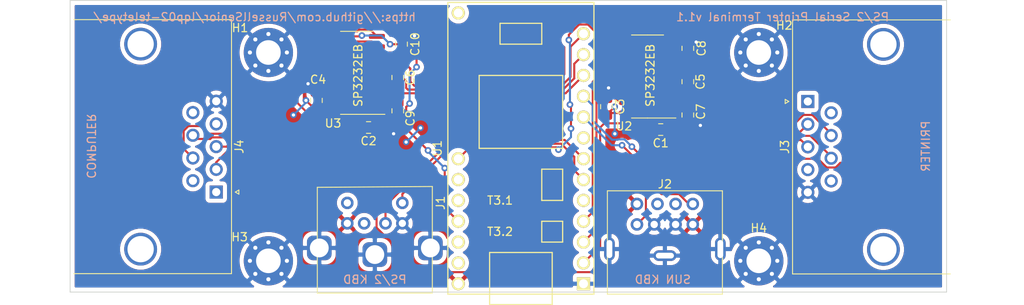
<source format=kicad_pcb>
(kicad_pcb (version 20171130) (host pcbnew 5.1.6-c6e7f7d~86~ubuntu16.04.1)
  (layers (0 F.Cu signal) (31 B.Cu signal) (34 B.Paste user) (35 F.Paste user) (36 B.SilkS user) (37 F.SilkS user) (38 B.Mask user) (39 F.Mask user) (44 Edge.Cuts user))
  (net 0 "")
  (net 1 "Net-(C1-Pad2)")
  (net 2 "Net-(C1-Pad1)")
  (net 3 "Net-(C2-Pad2)")
  (net 4 "Net-(C2-Pad1)")
  (net 5 VCC)
  (net 6 GND)
  (net 7 "Net-(C5-Pad2)")
  (net 8 "Net-(C5-Pad1)")
  (net 9 "Net-(C6-Pad2)")
  (net 10 "Net-(C6-Pad1)")
  (net 11 "Net-(C7-Pad2)")
  (net 12 "Net-(C8-Pad2)")
  (net 13 "Net-(C9-Pad2)")
  (net 14 "Net-(C10-Pad2)")
  (net 15 /PS2_CLK)
  (net 16 "Net-(J1-Pad6)")
  (net 17 /PS2_DATA)
  (net 18 "Net-(J1-Pad2)")
  (net 19 "Net-(J2-Pad7)")
  (net 20 /TX3)
  (net 21 /RX3)
  (net 22 "Net-(J2-Pad4)")
  (net 23 "Net-(J3-Pad9)")
  (net 24 /RTS_PTR)
  (net 25 /CTS_PTR)
  (net 26 "Net-(J3-Pad6)")
  (net 27 "Net-(J3-Pad4)")
  (net 28 /TX_PRT)
  (net 29 /RX_PTR)
  (net 30 "Net-(J3-Pad1)")
  (net 31 "Net-(J4-Pad9)")
  (net 32 /RTS_COMP)
  (net 33 /CTS_COMP)
  (net 34 "Net-(J4-Pad6)")
  (net 35 "Net-(J4-Pad4)")
  (net 36 /TX_COMP)
  (net 37 /RX_COMP)
  (net 38 "Net-(J4-Pad1)")
  (net 39 /RX1)
  (net 40 /TX1)
  (net 41 /RTS1)
  (net 42 "Net-(U1-Pad5)")
  (net 43 "Net-(U1-Pad8)")
  (net 44 /RX2)
  (net 45 /TX2)
  (net 46 /RTS2)
  (net 47 "Net-(U1-Pad32)")
  (net 48 "Net-(U1-Pad31)")
  (net 49 /CTS2)
  (net 50 "Net-(U1-Pad29)")
  (net 51 "Net-(U1-Pad28)")
  (net 52 /CTS1)
  (net 53 "Net-(U1-Pad20)")
  (module Package_SO:SOIC-16_3.9x9.9mm_P1.27mm (layer F.Cu) (at 154.239 115.509 180)
    (fp_text reference U3 (at 2.855 -6.157) (layer F.SilkS))
    (fp_text value MAX3232)
    (pad 16 smd roundrect (at 2.475 -4.445 180) (size 1.95 0.6) (layers F.Cu F.Paste F.Mask) (net 5 VCC))
    (pad 15 smd roundrect (at 2.475 -3.175 180) (size 1.95 0.6) (layers F.Cu F.Paste F.Mask) (net 6 GND))
    (pad 14 smd roundrect (at 2.475 -1.905 180) (size 1.95 0.6) (layers F.Cu F.Paste F.Mask) (net 36 /TX_COMP))
    (pad 13 smd roundrect (at 2.475 -0.635 180) (size 1.95 0.6) (layers F.Cu F.Paste F.Mask) (net 37 /RX_COMP))
    (pad 12 smd roundrect (at 2.475 0.635 180) (size 1.95 0.6) (layers F.Cu F.Paste F.Mask) (net 44 /RX2))
    (pad 11 smd roundrect (at 2.475 1.905 180) (size 1.95 0.6) (layers F.Cu F.Paste F.Mask) (net 45 /TX2))
    (pad 10 smd roundrect (at 2.475 3.175 180) (size 1.95 0.6) (layers F.Cu F.Paste F.Mask) (net 46 /RTS2))
    (pad 9 smd roundrect (at 2.475 4.445 180) (size 1.95 0.6) (layers F.Cu F.Paste F.Mask) (net 49 /CTS2))
    (pad 8 smd roundrect (at -2.475 4.445 180) (size 1.95 0.6) (layers F.Cu F.Paste F.Mask) (net 33 /CTS_COMP))
    (pad 7 smd roundrect (at -2.475 3.175 180) (size 1.95 0.6) (layers F.Cu F.Paste F.Mask) (net 32 /RTS_COMP))
    (pad 6 smd roundrect (at -2.475 1.905 180) (size 1.95 0.6) (layers F.Cu F.Paste F.Mask) (net 14 "Net-(C10-Pad2)"))
    (pad 5 smd roundrect (at -2.475 0.635 180) (size 1.95 0.6) (layers F.Cu F.Paste F.Mask) (net 9 "Net-(C6-Pad2)"))
    (pad 4 smd roundrect (at -2.475 -0.635 180) (size 1.95 0.6) (layers F.Cu F.Paste F.Mask) (net 10 "Net-(C6-Pad1)"))
    (pad 3 smd roundrect (at -2.475 -1.905 180) (size 1.95 0.6) (layers F.Cu F.Paste F.Mask) (net 3 "Net-(C2-Pad2)"))
    (pad 2 smd roundrect (at -2.475 -3.175 180) (size 1.95 0.6) (layers F.Cu F.Paste F.Mask) (net 13 "Net-(C9-Pad2)"))
    (pad 1 smd roundrect (at -2.475 -4.445 180) (size 1.95 0.6) (layers F.Cu F.Paste F.Mask) (net 4 "Net-(C2-Pad1)"))
  )
  (module Package_SO:SOIC-16_3.9x9.9mm_P1.27mm (layer F.Cu) (at 189.659 115.959 180)
    (fp_text reference U2 (at 2.8674 -6.0626) (layer F.SilkS))
    (fp_text value MAX3232)
    (pad 16 smd roundrect (at 2.475 -4.445 180) (size 1.95 0.6) (layers F.Cu F.Paste F.Mask) (net 5 VCC))
    (pad 15 smd roundrect (at 2.475 -3.175 180) (size 1.95 0.6) (layers F.Cu F.Paste F.Mask) (net 6 GND))
    (pad 14 smd roundrect (at 2.475 -1.905 180) (size 1.95 0.6) (layers F.Cu F.Paste F.Mask) (net 28 /TX_PRT))
    (pad 13 smd roundrect (at 2.475 -0.635 180) (size 1.95 0.6) (layers F.Cu F.Paste F.Mask) (net 29 /RX_PTR))
    (pad 12 smd roundrect (at 2.475 0.635 180) (size 1.95 0.6) (layers F.Cu F.Paste F.Mask) (net 39 /RX1))
    (pad 11 smd roundrect (at 2.475 1.905 180) (size 1.95 0.6) (layers F.Cu F.Paste F.Mask) (net 40 /TX1))
    (pad 10 smd roundrect (at 2.475 3.175 180) (size 1.95 0.6) (layers F.Cu F.Paste F.Mask) (net 41 /RTS1))
    (pad 9 smd roundrect (at 2.475 4.445 180) (size 1.95 0.6) (layers F.Cu F.Paste F.Mask) (net 52 /CTS1))
    (pad 8 smd roundrect (at -2.475 4.445 180) (size 1.95 0.6) (layers F.Cu F.Paste F.Mask) (net 25 /CTS_PTR))
    (pad 7 smd roundrect (at -2.475 3.175 180) (size 1.95 0.6) (layers F.Cu F.Paste F.Mask) (net 24 /RTS_PTR))
    (pad 6 smd roundrect (at -2.475 1.905 180) (size 1.95 0.6) (layers F.Cu F.Paste F.Mask) (net 12 "Net-(C8-Pad2)"))
    (pad 5 smd roundrect (at -2.475 0.635 180) (size 1.95 0.6) (layers F.Cu F.Paste F.Mask) (net 7 "Net-(C5-Pad2)"))
    (pad 4 smd roundrect (at -2.475 -0.635 180) (size 1.95 0.6) (layers F.Cu F.Paste F.Mask) (net 8 "Net-(C5-Pad1)"))
    (pad 3 smd roundrect (at -2.475 -1.905 180) (size 1.95 0.6) (layers F.Cu F.Paste F.Mask) (net 1 "Net-(C1-Pad2)"))
    (pad 2 smd roundrect (at -2.475 -3.175 180) (size 1.95 0.6) (layers F.Cu F.Paste F.Mask) (net 11 "Net-(C7-Pad2)"))
    (pad 1 smd roundrect (at -2.475 -4.445 180) (size 1.95 0.6) (layers F.Cu F.Paste F.Mask) (net 2 "Net-(C1-Pad1)"))
  )
  (module teensy:Teensy30_31_32_LC_minus (layer F.Cu) (at 174.244 124.714 90)
    (fp_text reference U1 (at 0 -10.16 90) (layer F.SilkS))
    (fp_text value Teensy3.2)
    (fp_text user T3.1 (at -6.35 -2.54) (layer F.SilkS))
    (fp_text user T3.2 (at -10.16 -2.54) (layer F.SilkS))
    (pad 1 thru_hole rect (at -16.51 7.62 90) (size 1.6 1.6) (drill 1.1) (layers *.Cu *.Mask F.SilkS) (net 6 GND))
    (pad 2 thru_hole circle (at -13.97 7.62 90) (size 1.6 1.6) (drill 1.1) (layers *.Cu *.Mask F.SilkS) (net 39 /RX1))
    (pad 3 thru_hole circle (at -11.43 7.62 90) (size 1.6 1.6) (drill 1.1) (layers *.Cu *.Mask F.SilkS) (net 40 /TX1))
    (pad 4 thru_hole circle (at -8.89 7.62 90) (size 1.6 1.6) (drill 1.1) (layers *.Cu *.Mask F.SilkS) (net 41 /RTS1))
    (pad 5 thru_hole circle (at -6.35 7.62 90) (size 1.6 1.6) (drill 1.1) (layers *.Cu *.Mask F.SilkS) (net 42 "Net-(U1-Pad5)"))
    (pad 6 thru_hole circle (at -3.81 7.62 90) (size 1.6 1.6) (drill 1.1) (layers *.Cu *.Mask F.SilkS) (net 15 /PS2_CLK))
    (pad 7 thru_hole circle (at -1.27 7.62 90) (size 1.6 1.6) (drill 1.1) (layers *.Cu *.Mask F.SilkS) (net 17 /PS2_DATA))
    (pad 8 thru_hole circle (at 1.27 7.62 90) (size 1.6 1.6) (drill 1.1) (layers *.Cu *.Mask F.SilkS) (net 43 "Net-(U1-Pad8)"))
    (pad 9 thru_hole circle (at 3.81 7.62 90) (size 1.6 1.6) (drill 1.1) (layers *.Cu *.Mask F.SilkS) (net 21 /RX3))
    (pad 10 thru_hole circle (at 6.35 7.62 90) (size 1.6 1.6) (drill 1.1) (layers *.Cu *.Mask F.SilkS) (net 20 /TX3))
    (pad 11 thru_hole circle (at 8.89 7.62 90) (size 1.6 1.6) (drill 1.1) (layers *.Cu *.Mask F.SilkS) (net 44 /RX2))
    (pad 12 thru_hole circle (at 11.43 7.62 90) (size 1.6 1.6) (drill 1.1) (layers *.Cu *.Mask F.SilkS) (net 45 /TX2))
    (pad 13 thru_hole circle (at 13.97 7.62 90) (size 1.6 1.6) (drill 1.1) (layers *.Cu *.Mask F.SilkS) (net 46 /RTS2))
    (pad 33 thru_hole circle (at -16.51 -7.62 90) (size 1.6 1.6) (drill 1.1) (layers *.Cu *.Mask F.SilkS) (net 5 VCC))
    (pad 32 thru_hole circle (at -13.97 -7.62 90) (size 1.6 1.6) (drill 1.1) (layers *.Cu *.Mask F.SilkS) (net 47 "Net-(U1-Pad32)"))
    (pad 31 thru_hole circle (at -11.43 -7.62 90) (size 1.6 1.6) (drill 1.1) (layers *.Cu *.Mask F.SilkS) (net 48 "Net-(U1-Pad31)"))
    (pad 30 thru_hole circle (at -8.89 -7.62 90) (size 1.6 1.6) (drill 1.1) (layers *.Cu *.Mask F.SilkS) (net 49 /CTS2))
    (pad 29 thru_hole circle (at -6.35 -7.62 90) (size 1.6 1.6) (drill 1.1) (layers *.Cu *.Mask F.SilkS) (net 50 "Net-(U1-Pad29)"))
    (pad 28 thru_hole circle (at -3.81 -7.62 90) (size 1.6 1.6) (drill 1.1) (layers *.Cu *.Mask F.SilkS) (net 51 "Net-(U1-Pad28)"))
    (pad 27 thru_hole circle (at -1.27 -7.62 90) (size 1.6 1.6) (drill 1.1) (layers *.Cu *.Mask F.SilkS) (net 52 /CTS1))
    (pad 20 thru_hole circle (at 16.51 -7.62 90) (size 1.6 1.6) (drill 1.1) (layers *.Cu *.Mask F.SilkS) (net 53 "Net-(U1-Pad20)"))
  )
  (module Connector_Dsub:DSUB-9_Female_Horizontal_P2.77x2.84mm_EdgePinOffset14.56mm_Housed_MountingHolesOffset8.20mm (layer F.Cu) (at 137.16 130.048 270)
    (fp_text reference J4 (at -5.54 -2.8 90) (layer F.SilkS))
    (fp_text value DB9_Female)
    (pad 0 thru_hole circle (at 6.96 9.2 270) (size 4 4) (drill 3.2) (layers *.Cu *.Mask))
    (pad 0 thru_hole circle (at -18.04 9.2 270) (size 4 4) (drill 3.2) (layers *.Cu *.Mask))
    (pad 9 thru_hole circle (at -9.695 2.84 270) (size 1.6 1.6) (drill 1) (layers *.Cu *.Mask) (net 31 "Net-(J4-Pad9)"))
    (pad 8 thru_hole circle (at -6.925 2.84 270) (size 1.6 1.6) (drill 1) (layers *.Cu *.Mask) (net 32 /RTS_COMP))
    (pad 7 thru_hole circle (at -4.155 2.84 270) (size 1.6 1.6) (drill 1) (layers *.Cu *.Mask) (net 33 /CTS_COMP))
    (pad 6 thru_hole circle (at -1.385 2.84 270) (size 1.6 1.6) (drill 1) (layers *.Cu *.Mask) (net 34 "Net-(J4-Pad6)"))
    (pad 5 thru_hole circle (at -11.08 0 270) (size 1.6 1.6) (drill 1) (layers *.Cu *.Mask) (net 6 GND))
    (pad 4 thru_hole circle (at -8.31 0 270) (size 1.6 1.6) (drill 1) (layers *.Cu *.Mask) (net 35 "Net-(J4-Pad4)"))
    (pad 3 thru_hole circle (at -5.54 0 270) (size 1.6 1.6) (drill 1) (layers *.Cu *.Mask) (net 36 /TX_COMP))
    (pad 2 thru_hole circle (at -2.77 0 270) (size 1.6 1.6) (drill 1) (layers *.Cu *.Mask) (net 37 /RX_COMP))
    (pad 1 thru_hole rect (at 0 0 270) (size 1.6 1.6) (drill 1) (layers *.Cu *.Mask) (net 38 "Net-(J4-Pad1)"))
  )
  (module Connector_Dsub:DSUB-9_Female_Horizontal_P2.77x2.84mm_EdgePinOffset14.56mm_Housed_MountingHolesOffset8.20mm (layer F.Cu) (at 209.169 118.999 90)
    (fp_text reference J3 (at -5.54 -2.8 90) (layer F.SilkS))
    (fp_text value DB9_Female)
    (pad 0 thru_hole circle (at 6.96 9.2 90) (size 4 4) (drill 3.2) (layers *.Cu *.Mask))
    (pad 0 thru_hole circle (at -18.04 9.2 90) (size 4 4) (drill 3.2) (layers *.Cu *.Mask))
    (pad 9 thru_hole circle (at -9.695 2.84 90) (size 1.6 1.6) (drill 1) (layers *.Cu *.Mask) (net 23 "Net-(J3-Pad9)"))
    (pad 8 thru_hole circle (at -6.925 2.84 90) (size 1.6 1.6) (drill 1) (layers *.Cu *.Mask) (net 24 /RTS_PTR))
    (pad 7 thru_hole circle (at -4.155 2.84 90) (size 1.6 1.6) (drill 1) (layers *.Cu *.Mask) (net 25 /CTS_PTR))
    (pad 6 thru_hole circle (at -1.385 2.84 90) (size 1.6 1.6) (drill 1) (layers *.Cu *.Mask) (net 26 "Net-(J3-Pad6)"))
    (pad 5 thru_hole circle (at -11.08 0 90) (size 1.6 1.6) (drill 1) (layers *.Cu *.Mask) (net 6 GND))
    (pad 4 thru_hole circle (at -8.31 0 90) (size 1.6 1.6) (drill 1) (layers *.Cu *.Mask) (net 27 "Net-(J3-Pad4)"))
    (pad 3 thru_hole circle (at -5.54 0 90) (size 1.6 1.6) (drill 1) (layers *.Cu *.Mask) (net 28 /TX_PRT))
    (pad 2 thru_hole circle (at -2.77 0 90) (size 1.6 1.6) (drill 1) (layers *.Cu *.Mask) (net 29 /RX_PTR))
    (pad 1 thru_hole rect (at 0 0 90) (size 1.6 1.6) (drill 1) (layers *.Cu *.Mask) (net 30 "Net-(J3-Pad1)"))
  )
  (module ps2-serial-printer-terminal:MD-80SM (layer F.Cu) (at 191.77 142.494 180)
    (fp_text reference J2 (at 0 13.4112) (layer F.SilkS))
    (fp_text value Mini-DIN-8)
    (pad 11 thru_hole oval (at 6.75 5.5 180) (size 1.3 2.8) (drill oval 0.7 2.2) (layers *.Cu *.Mask) (net 6 GND))
    (pad 10 thru_hole oval (at -6.75 5.5 180) (size 1.3 2.8) (drill oval 0.7 2.2) (layers *.Cu *.Mask) (net 6 GND))
    (pad 9 thru_hole oval (at 0 4.7 180) (size 2.8 1.3) (drill oval 2.2 0.7) (layers *.Cu *.Mask) (net 6 GND))
    (pad 8 thru_hole circle (at 3.4 11 180) (size 1.524 1.524) (drill 0.9) (layers *.Cu *.Mask) (net 5 VCC))
    (pad 7 thru_hole circle (at 0.9 11 180) (size 1.524 1.524) (drill 0.9) (layers *.Cu *.Mask) (net 19 "Net-(J2-Pad7)"))
    (pad 6 thru_hole circle (at -3.4 11 180) (size 1.524 1.524) (drill 0.9) (layers *.Cu *.Mask) (net 20 /TX3))
    (pad 5 thru_hole circle (at 3.4 8.5 180) (size 1.524 1.524) (drill 0.9) (layers *.Cu *.Mask) (net 21 /RX3))
    (pad 4 thru_hole circle (at -1.3 11 180) (size 1.524 1.524) (drill 0.9) (layers *.Cu *.Mask) (net 22 "Net-(J2-Pad4)"))
    (pad 3 thru_hole circle (at -3.4 8.5 180) (size 1.524 1.524) (drill 0.9) (layers *.Cu *.Mask) (net 5 VCC))
    (pad 2 thru_hole circle (at 1.3 8.5 180) (size 1.524 1.524) (drill 0.9) (layers *.Cu *.Mask) (net 6 GND))
    (pad 1 thru_hole circle (at -1.3 8.5 180) (size 1.524 1.524) (drill 0.9) (layers *.Cu *.Mask) (net 6 GND))
  )
  (module ps2-serial-printer-terminal:5749231-1 (layer F.Cu) (at 156.464 142.368 180)
    (fp_text reference J1 (at -8 11 90) (layer F.SilkS))
    (fp_text value Mini-DIN-6)
    (pad 9 thru_hole roundrect (at 6.76 5.51 180) (size 3 3) (drill 2.29) (layers *.Cu *.Mask) (net 6 GND))
    (pad 8 thru_hole roundrect (at -6.76 5.51 180) (size 3 3) (drill 2.29) (layers *.Cu *.Mask) (net 6 GND))
    (pad 7 thru_hole roundrect (at 0 4.7 180) (size 3 3) (drill 2.29) (layers *.Cu *.Mask) (net 6 GND))
    (pad 5 thru_hole circle (at -3.35 11 180) (size 1.524 1.524) (drill 0.89) (layers *.Cu *.Mask) (net 15 /PS2_CLK))
    (pad 6 thru_hole circle (at 3.35 11 180) (size 1.524 1.524) (drill 0.89) (layers *.Cu *.Mask) (net 16 "Net-(J1-Pad6)"))
    (pad 3 thru_hole circle (at -3.35 8.51 180) (size 1.524 1.524) (drill 0.89) (layers *.Cu *.Mask) (net 6 GND))
    (pad 4 thru_hole circle (at 3.35 8.51 180) (size 1.524 1.524) (drill 0.89) (layers *.Cu *.Mask) (net 5 VCC))
    (pad 1 thru_hole circle (at -1.3 8.51 180) (size 1.524 1.524) (drill 0.89) (layers *.Cu *.Mask) (net 17 /PS2_DATA))
    (pad 2 thru_hole circle (at 1.3 8.51 180) (size 1.524 1.524) (drill 0.89) (layers *.Cu *.Mask) (net 18 "Net-(J1-Pad2)"))
  )
  (module MountingHole:MountingHole_3mm_Pad_Via (layer F.Cu) (at 203.2 138.43)
    (fp_text reference H4 (at 0 -4) (layer F.SilkS))
    (fp_text value MountingHole_Pad)
    (pad 1 thru_hole circle (at 1.59099 -1.59099) (size 0.8 0.8) (drill 0.5) (layers *.Cu *.Mask) (net 6 GND))
    (pad 1 thru_hole circle (at 0 -2.25) (size 0.8 0.8) (drill 0.5) (layers *.Cu *.Mask) (net 6 GND))
    (pad 1 thru_hole circle (at -1.59099 -1.59099) (size 0.8 0.8) (drill 0.5) (layers *.Cu *.Mask) (net 6 GND))
    (pad 1 thru_hole circle (at -2.25 0) (size 0.8 0.8) (drill 0.5) (layers *.Cu *.Mask) (net 6 GND))
    (pad 1 thru_hole circle (at -1.59099 1.59099) (size 0.8 0.8) (drill 0.5) (layers *.Cu *.Mask) (net 6 GND))
    (pad 1 thru_hole circle (at 0 2.25) (size 0.8 0.8) (drill 0.5) (layers *.Cu *.Mask) (net 6 GND))
    (pad 1 thru_hole circle (at 1.59099 1.59099) (size 0.8 0.8) (drill 0.5) (layers *.Cu *.Mask) (net 6 GND))
    (pad 1 thru_hole circle (at 2.25 0) (size 0.8 0.8) (drill 0.5) (layers *.Cu *.Mask) (net 6 GND))
    (pad 1 thru_hole circle (at 0 0) (size 6 6) (drill 3) (layers *.Cu *.Mask) (net 6 GND))
  )
  (module MountingHole:MountingHole_3mm_Pad_Via (layer F.Cu) (at 143.51 138.43)
    (fp_text reference H3 (at -3.5052 -2.8956) (layer F.SilkS))
    (fp_text value MountingHole_Pad)
    (pad 1 thru_hole circle (at 1.59099 -1.59099) (size 0.8 0.8) (drill 0.5) (layers *.Cu *.Mask) (net 6 GND))
    (pad 1 thru_hole circle (at 0 -2.25) (size 0.8 0.8) (drill 0.5) (layers *.Cu *.Mask) (net 6 GND))
    (pad 1 thru_hole circle (at -1.59099 -1.59099) (size 0.8 0.8) (drill 0.5) (layers *.Cu *.Mask) (net 6 GND))
    (pad 1 thru_hole circle (at -2.25 0) (size 0.8 0.8) (drill 0.5) (layers *.Cu *.Mask) (net 6 GND))
    (pad 1 thru_hole circle (at -1.59099 1.59099) (size 0.8 0.8) (drill 0.5) (layers *.Cu *.Mask) (net 6 GND))
    (pad 1 thru_hole circle (at 0 2.25) (size 0.8 0.8) (drill 0.5) (layers *.Cu *.Mask) (net 6 GND))
    (pad 1 thru_hole circle (at 1.59099 1.59099) (size 0.8 0.8) (drill 0.5) (layers *.Cu *.Mask) (net 6 GND))
    (pad 1 thru_hole circle (at 2.25 0) (size 0.8 0.8) (drill 0.5) (layers *.Cu *.Mask) (net 6 GND))
    (pad 1 thru_hole circle (at 0 0) (size 6 6) (drill 3) (layers *.Cu *.Mask) (net 6 GND))
  )
  (module MountingHole:MountingHole_3mm_Pad_Via (layer F.Cu) (at 203.2 113.03 180)
    (fp_text reference H2 (at -3.0988 3.302) (layer F.SilkS))
    (fp_text value MountingHole_Pad)
    (pad 1 thru_hole circle (at 1.59099 -1.59099 180) (size 0.8 0.8) (drill 0.5) (layers *.Cu *.Mask) (net 6 GND))
    (pad 1 thru_hole circle (at 0 -2.25 180) (size 0.8 0.8) (drill 0.5) (layers *.Cu *.Mask) (net 6 GND))
    (pad 1 thru_hole circle (at -1.59099 -1.59099 180) (size 0.8 0.8) (drill 0.5) (layers *.Cu *.Mask) (net 6 GND))
    (pad 1 thru_hole circle (at -2.25 0 180) (size 0.8 0.8) (drill 0.5) (layers *.Cu *.Mask) (net 6 GND))
    (pad 1 thru_hole circle (at -1.59099 1.59099 180) (size 0.8 0.8) (drill 0.5) (layers *.Cu *.Mask) (net 6 GND))
    (pad 1 thru_hole circle (at 0 2.25 180) (size 0.8 0.8) (drill 0.5) (layers *.Cu *.Mask) (net 6 GND))
    (pad 1 thru_hole circle (at 1.59099 1.59099 180) (size 0.8 0.8) (drill 0.5) (layers *.Cu *.Mask) (net 6 GND))
    (pad 1 thru_hole circle (at 2.25 0 180) (size 0.8 0.8) (drill 0.5) (layers *.Cu *.Mask) (net 6 GND))
    (pad 1 thru_hole circle (at 0 0 180) (size 6 6) (drill 3) (layers *.Cu *.Mask) (net 6 GND))
  )
  (module MountingHole:MountingHole_3mm_Pad_Via (layer F.Cu) (at 143.51 113.03)
    (fp_text reference H1 (at -3.4544 -2.9972) (layer F.SilkS))
    (fp_text value MountingHole_Pad)
    (pad 1 thru_hole circle (at 1.59099 -1.59099) (size 0.8 0.8) (drill 0.5) (layers *.Cu *.Mask) (net 6 GND))
    (pad 1 thru_hole circle (at 0 -2.25) (size 0.8 0.8) (drill 0.5) (layers *.Cu *.Mask) (net 6 GND))
    (pad 1 thru_hole circle (at -1.59099 -1.59099) (size 0.8 0.8) (drill 0.5) (layers *.Cu *.Mask) (net 6 GND))
    (pad 1 thru_hole circle (at -2.25 0) (size 0.8 0.8) (drill 0.5) (layers *.Cu *.Mask) (net 6 GND))
    (pad 1 thru_hole circle (at -1.59099 1.59099) (size 0.8 0.8) (drill 0.5) (layers *.Cu *.Mask) (net 6 GND))
    (pad 1 thru_hole circle (at 0 2.25) (size 0.8 0.8) (drill 0.5) (layers *.Cu *.Mask) (net 6 GND))
    (pad 1 thru_hole circle (at 1.59099 1.59099) (size 0.8 0.8) (drill 0.5) (layers *.Cu *.Mask) (net 6 GND))
    (pad 1 thru_hole circle (at 2.25 0) (size 0.8 0.8) (drill 0.5) (layers *.Cu *.Mask) (net 6 GND))
    (pad 1 thru_hole circle (at 0 0) (size 6 6) (drill 3) (layers *.Cu *.Mask) (net 6 GND))
  )
  (module Capacitor_SMD:C_0805_2012Metric_Pad1.15x1.40mm_HandSolder (layer F.Cu) (at 159.7152 112.014 270)
    (fp_text reference C10 (at 0 -1.65 90) (layer F.SilkS))
    (fp_text value C)
    (pad 2 smd roundrect (at 1.025 0 270) (size 1.15 1.4) (layers F.Cu F.Paste F.Mask) (roundrect_rratio 0.217391) (net 14 "Net-(C10-Pad2)"))
    (pad 1 smd roundrect (at -1.025 0 270) (size 1.15 1.4) (layers F.Cu F.Paste F.Mask) (roundrect_rratio 0.217391) (net 6 GND))
  )
  (module Capacitor_SMD:C_0805_2012Metric_Pad1.15x1.40mm_HandSolder (layer F.Cu) (at 159.258 120.142 90)
    (fp_text reference C9 (at -0.9144 1.524 90) (layer F.SilkS))
    (fp_text value C)
    (pad 2 smd roundrect (at 1.025 0 90) (size 1.15 1.4) (layers F.Cu F.Paste F.Mask) (roundrect_rratio 0.217391) (net 13 "Net-(C9-Pad2)"))
    (pad 1 smd roundrect (at -1.025 0 90) (size 1.15 1.4) (layers F.Cu F.Paste F.Mask) (roundrect_rratio 0.217391) (net 6 GND))
  )
  (module Capacitor_SMD:C_0805_2012Metric_Pad1.15x1.40mm_HandSolder (layer F.Cu) (at 194.564 112.522 270)
    (fp_text reference C8 (at 0 -1.65 90) (layer F.SilkS))
    (fp_text value C)
    (pad 2 smd roundrect (at 1.025 0 270) (size 1.15 1.4) (layers F.Cu F.Paste F.Mask) (roundrect_rratio 0.217391) (net 12 "Net-(C8-Pad2)"))
    (pad 1 smd roundrect (at -1.025 0 270) (size 1.15 1.4) (layers F.Cu F.Paste F.Mask) (roundrect_rratio 0.217391) (net 6 GND))
  )
  (module Capacitor_SMD:C_0805_2012Metric_Pad1.15x1.40mm_HandSolder (layer F.Cu) (at 194.564 120.65 90)
    (fp_text reference C7 (at 0.4064 1.5748 90) (layer F.SilkS))
    (fp_text value C)
    (pad 2 smd roundrect (at 1.025 0 90) (size 1.15 1.4) (layers F.Cu F.Paste F.Mask) (roundrect_rratio 0.217391) (net 11 "Net-(C7-Pad2)"))
    (pad 1 smd roundrect (at -1.025 0 90) (size 1.15 1.4) (layers F.Cu F.Paste F.Mask) (roundrect_rratio 0.217391) (net 6 GND))
  )
  (module Capacitor_SMD:C_0805_2012Metric_Pad1.15x1.40mm_HandSolder (layer F.Cu) (at 159.258 116.078 90)
    (fp_text reference C6 (at 0 1.524 90) (layer F.SilkS))
    (fp_text value C)
    (pad 2 smd roundrect (at 1.025 0 90) (size 1.15 1.4) (layers F.Cu F.Paste F.Mask) (roundrect_rratio 0.217391) (net 9 "Net-(C6-Pad2)"))
    (pad 1 smd roundrect (at -1.025 0 90) (size 1.15 1.4) (layers F.Cu F.Paste F.Mask) (roundrect_rratio 0.217391) (net 10 "Net-(C6-Pad1)"))
  )
  (module Capacitor_SMD:C_0805_2012Metric_Pad1.15x1.40mm_HandSolder (layer F.Cu) (at 194.564 116.586 90)
    (fp_text reference C5 (at 0 1.524 90) (layer F.SilkS))
    (fp_text value C)
    (pad 2 smd roundrect (at 1.025 0 90) (size 1.15 1.4) (layers F.Cu F.Paste F.Mask) (roundrect_rratio 0.217391) (net 7 "Net-(C5-Pad2)"))
    (pad 1 smd roundrect (at -1.025 0 90) (size 1.15 1.4) (layers F.Cu F.Paste F.Mask) (roundrect_rratio 0.217391) (net 8 "Net-(C5-Pad1)"))
  )
  (module Capacitor_SMD:C_0805_2012Metric_Pad1.15x1.40mm_HandSolder (layer F.Cu) (at 149.352 118.872 270)
    (fp_text reference C4 (at -2.54 -0.2032 180) (layer F.SilkS))
    (fp_text value C)
    (pad 2 smd roundrect (at 1.025 0 270) (size 1.15 1.4) (layers F.Cu F.Paste F.Mask) (roundrect_rratio 0.217391) (net 5 VCC))
    (pad 1 smd roundrect (at -1.025 0 270) (size 1.15 1.4) (layers F.Cu F.Paste F.Mask) (roundrect_rratio 0.217391) (net 6 GND))
  )
  (module Capacitor_SMD:C_0805_2012Metric_Pad1.15x1.40mm_HandSolder (layer F.Cu) (at 184.658 119.634 270)
    (fp_text reference C3 (at 0 -1.65 90) (layer F.SilkS))
    (fp_text value C)
    (pad 2 smd roundrect (at 1.025 0 270) (size 1.15 1.4) (layers F.Cu F.Paste F.Mask) (roundrect_rratio 0.217391) (net 5 VCC))
    (pad 1 smd roundrect (at -1.025 0 270) (size 1.15 1.4) (layers F.Cu F.Paste F.Mask) (roundrect_rratio 0.217391) (net 6 GND))
  )
  (module Capacitor_SMD:C_0805_2012Metric_Pad1.15x1.40mm_HandSolder (layer F.Cu) (at 155.702 122.174 180)
    (fp_text reference C2 (at 0 -1.65) (layer F.SilkS))
    (fp_text value C)
    (pad 2 smd roundrect (at 1.025 0 180) (size 1.15 1.4) (layers F.Cu F.Paste F.Mask) (roundrect_rratio 0.217391) (net 3 "Net-(C2-Pad2)"))
    (pad 1 smd roundrect (at -1.025 0 180) (size 1.15 1.4) (layers F.Cu F.Paste F.Mask) (roundrect_rratio 0.217391) (net 4 "Net-(C2-Pad1)"))
  )
  (module Capacitor_SMD:C_0805_2012Metric_Pad1.15x1.40mm_HandSolder (layer F.Cu) (at 191.262 122.428 180)
    (fp_text reference C1 (at 0 -1.65) (layer F.SilkS))
    (fp_text value C)
    (pad 2 smd roundrect (at 1.025 0 180) (size 1.15 1.4) (layers F.Cu F.Paste F.Mask) (roundrect_rratio 0.217391) (net 1 "Net-(C1-Pad2)"))
    (pad 1 smd roundrect (at -1.025 0 180) (size 1.15 1.4) (layers F.Cu F.Paste F.Mask) (roundrect_rratio 0.217391) (net 2 "Net-(C1-Pad1)"))
  )
  (gr_text SP3232EB (at 189.992 115.824 90) (layer F.SilkS) (effects (font (size 1 1))))
  (gr_text SP3232EB (at 154.432 115.824 90) (layer F.SilkS) (effects (font (size 1 1))))
  (gr_text "PS/2 Serial Printer Terminal v1.1" (at 193.04 108.712) (layer B.SilkS) (effects (font (size 1 1)) (justify right mirror)))
  (gr_text https://github.com/RussellSenior/lqp02-teletype/ (at 161.544 108.712) (layer B.SilkS) (effects (font (size 1 1)) (justify left mirror)))
  (gr_text "SUN KBD" (at 191.516 140.716) (layer B.SilkS) (effects (font (size 1 1)) (justify mirror)))
  (gr_text "PS/2 KBD" (at 156.464 140.716) (layer B.SilkS) (effects (font (size 1 1)) (justify mirror)))
  (gr_text COMPUTER (at 121.92 124.46 270) (layer B.SilkS) (effects (font (size 1 1)) (justify mirror)))
  (gr_text PRINTER (at 223.52 124.46 90) (layer B.SilkS) (effects (font (size 1 1)) (justify mirror)))
  (gr_line (start 119.38 142.24) (end 119.38 106.68) (layer Edge.Cuts) (width 0.1))
  (gr_line (start 226.06 142.24) (end 226.06 106.68) (layer Edge.Cuts) (width 0.1))
  (gr_line (start 226.06 142.24) (end 119.38 142.24) (layer Edge.Cuts) (width 0.1))
  (gr_line (start 119.38 106.68) (end 226.06 106.68) (layer Edge.Cuts) (width 0.1))
  (segment (start 191.757232 117.864) (end 192.134 117.864) (width 0.25) (layer F.Cu) (net 1))
  (segment (start 190.237 119.384232) (end 191.757232 117.864) (width 0.25) (layer F.Cu) (net 1))
  (segment (start 190.237 122.428) (end 190.237 119.384232) (width 0.25) (layer F.Cu) (net 1))
  (segment (start 192.287 120.557) (end 192.134 120.404) (width 0.25) (layer F.Cu) (net 2))
  (segment (start 192.287 122.428) (end 192.287 120.557) (width 0.25) (layer F.Cu) (net 2))
  (segment (start 156.337232 117.414) (end 156.714 117.414) (width 0.25) (layer F.Cu) (net 3))
  (segment (start 154.677 119.074232) (end 156.337232 117.414) (width 0.25) (layer F.Cu) (net 3))
  (segment (start 154.677 122.174) (end 154.677 119.074232) (width 0.25) (layer F.Cu) (net 3))
  (segment (start 156.727 119.967) (end 156.714 119.954) (width 0.25) (layer F.Cu) (net 4))
  (segment (start 156.727 122.174) (end 156.727 119.967) (width 0.25) (layer F.Cu) (net 4))
  (segment (start 184.913 120.404) (end 184.658 120.659) (width 0.25) (layer F.Cu) (net 5))
  (segment (start 187.184 120.404) (end 184.913 120.404) (width 0.25) (layer F.Cu) (net 5))
  (segment (start 149.409 119.954) (end 149.352 119.897) (width 0.25) (layer F.Cu) (net 5))
  (segment (start 151.764 119.954) (end 149.409 119.954) (width 0.25) (layer F.Cu) (net 5))
  (segment (start 184.658 120.650091) (end 185.659806 119.648285) (width 0.25) (layer F.Cu) (net 5))
  (via (at 185.659806 119.648285) (size 0.8) (drill 0.4) (layers F.Cu B.Cu) (net 5))
  (segment (start 184.658 120.659) (end 184.658 120.650091) (width 0.25) (layer F.Cu) (net 5))
  (via (at 185.674 122.936) (size 0.8) (drill 0.4) (layers F.Cu B.Cu) (net 5))
  (segment (start 185.659806 122.921806) (end 185.674 122.936) (width 0.25) (layer B.Cu) (net 5))
  (segment (start 185.659806 119.648285) (end 185.659806 122.921806) (width 0.25) (layer B.Cu) (net 5))
  (via (at 148.082 118.872) (size 0.8) (drill 0.4) (layers F.Cu B.Cu) (net 5))
  (segment (start 149.107 119.897) (end 148.082 118.872) (width 0.25) (layer F.Cu) (net 5))
  (segment (start 149.352 119.897) (end 149.107 119.897) (width 0.25) (layer F.Cu) (net 5))
  (via (at 146.558 120.65) (size 0.8) (drill 0.4) (layers F.Cu B.Cu) (net 5))
  (segment (start 148.082 119.126) (end 146.558 120.65) (width 0.25) (layer B.Cu) (net 5))
  (segment (start 148.082 118.872) (end 148.082 119.126) (width 0.25) (layer B.Cu) (net 5))
  (segment (start 146.558 120.65) (end 156.676999 130.768999) (width 0.25) (layer F.Cu) (net 5))
  (segment (start 156.676999 134.379761) (end 162.106239 139.809001) (width 0.25) (layer F.Cu) (net 5))
  (segment (start 156.676999 130.768999) (end 156.676999 134.379761) (width 0.25) (layer F.Cu) (net 5))
  (segment (start 162.106239 139.809001) (end 184.051028 139.809001) (width 0.25) (layer F.Cu) (net 5))
  (segment (start 210.407405 125.987407) (end 211.468999 127.049001) (width 0.25) (layer F.Cu) (net 5))
  (segment (start 202.728577 125.987407) (end 210.407405 125.987407) (width 0.25) (layer F.Cu) (net 5))
  (segment (start 211.468999 127.049001) (end 212.549001 127.049001) (width 0.25) (layer F.Cu) (net 5))
  (segment (start 212.549001 127.049001) (end 213.134001 126.464001) (width 0.25) (layer F.Cu) (net 5))
  (via (at 160.274 123.952) (size 0.8) (drill 0.4) (layers F.Cu B.Cu) (net 5))
  (via (at 162.0266 122.2248) (size 0.8) (drill 0.4) (layers F.Cu B.Cu) (net 5))
  (segment (start 160.2994 123.952) (end 162.0266 122.2248) (width 0.25) (layer B.Cu) (net 5))
  (segment (start 160.274 123.952) (end 160.2994 123.952) (width 0.25) (layer B.Cu) (net 5))
  (segment (start 185.645822 118.609) (end 184.658 118.609) (width 0.25) (layer F.Cu) (net 6))
  (segment (start 186.170822 119.134) (end 185.645822 118.609) (width 0.25) (layer F.Cu) (net 6))
  (segment (start 187.184 119.134) (end 186.170822 119.134) (width 0.25) (layer F.Cu) (net 6))
  (segment (start 150.189 118.684) (end 149.352 117.847) (width 0.25) (layer F.Cu) (net 6))
  (segment (start 151.764 118.684) (end 150.189 118.684) (width 0.25) (layer F.Cu) (net 6))
  (via (at 195.58 111.76) (size 0.8) (drill 0.4) (layers F.Cu B.Cu) (net 6))
  (segment (start 195.317 111.497) (end 195.58 111.76) (width 0.25) (layer F.Cu) (net 6))
  (segment (start 194.564 111.497) (end 195.317 111.497) (width 0.25) (layer F.Cu) (net 6))
  (via (at 196.088 121.92) (size 0.8) (drill 0.4) (layers F.Cu B.Cu) (net 6))
  (segment (start 195.843 121.675) (end 196.088 121.92) (width 0.25) (layer F.Cu) (net 6))
  (segment (start 194.564 121.675) (end 195.843 121.675) (width 0.25) (layer F.Cu) (net 6))
  (via (at 184.912 117.348) (size 0.8) (drill 0.4) (layers F.Cu B.Cu) (net 6))
  (segment (start 184.658 117.602) (end 184.912 117.348) (width 0.25) (layer F.Cu) (net 6))
  (segment (start 184.658 118.609) (end 184.658 117.602) (width 0.25) (layer F.Cu) (net 6))
  (via (at 161.29 110.998) (size 0.8) (drill 0.4) (layers F.Cu B.Cu) (net 6))
  (segment (start 161.281 110.989) (end 161.29 110.998) (width 0.25) (layer F.Cu) (net 6))
  (segment (start 159.258 110.989) (end 161.281 110.989) (width 0.25) (layer F.Cu) (net 6))
  (via (at 148.336 116.84) (size 0.8) (drill 0.4) (layers F.Cu B.Cu) (net 6))
  (segment (start 149.343 117.847) (end 148.336 116.84) (width 0.25) (layer F.Cu) (net 6))
  (segment (start 149.352 117.847) (end 149.343 117.847) (width 0.25) (layer F.Cu) (net 6))
  (via (at 158.75 122.936) (size 0.8) (drill 0.4) (layers F.Cu B.Cu) (net 6))
  (segment (start 159.258 122.428) (end 158.75 122.936) (width 0.25) (layer F.Cu) (net 6))
  (segment (start 159.258 121.167) (end 159.258 122.428) (width 0.25) (layer F.Cu) (net 6))
  (segment (start 194.327 115.324) (end 192.134 115.324) (width 0.25) (layer F.Cu) (net 7))
  (segment (start 194.564 115.561) (end 194.327 115.324) (width 0.25) (layer F.Cu) (net 7))
  (segment (start 192.794 116.594) (end 192.134 116.594) (width 0.25) (layer F.Cu) (net 8))
  (segment (start 192.988979 116.788979) (end 192.794 116.594) (width 0.25) (layer F.Cu) (net 8))
  (segment (start 193.884021 117.475) (end 193.884021 117.330842) (width 0.25) (layer F.Cu) (net 8))
  (segment (start 193.342158 116.788979) (end 192.988979 116.788979) (width 0.25) (layer F.Cu) (net 8))
  (segment (start 193.884021 117.330842) (end 193.342158 116.788979) (width 0.25) (layer F.Cu) (net 8))
  (segment (start 194.564 117.611) (end 194.428 117.475) (width 0.25) (layer F.Cu) (net 8))
  (segment (start 194.428 117.475) (end 193.884021 117.475) (width 0.25) (layer F.Cu) (net 8))
  (segment (start 159.079 114.874) (end 159.258 115.053) (width 0.25) (layer F.Cu) (net 9))
  (segment (start 156.714 114.874) (end 159.079 114.874) (width 0.25) (layer F.Cu) (net 9))
  (segment (start 158.995 116.84) (end 159.258 117.103) (width 0.25) (layer F.Cu) (net 10))
  (segment (start 158.496 116.84) (end 158.995 116.84) (width 0.25) (layer F.Cu) (net 10))
  (segment (start 157.8 116.144) (end 158.496 116.84) (width 0.25) (layer F.Cu) (net 10))
  (segment (start 156.714 116.144) (end 157.8 116.144) (width 0.25) (layer F.Cu) (net 10))
  (segment (start 194.073 119.134) (end 194.564 119.625) (width 0.25) (layer F.Cu) (net 11))
  (segment (start 192.134 119.134) (end 194.073 119.134) (width 0.25) (layer F.Cu) (net 11))
  (segment (start 194.057 114.054) (end 194.564 113.547) (width 0.25) (layer F.Cu) (net 12))
  (segment (start 192.134 114.054) (end 194.057 114.054) (width 0.25) (layer F.Cu) (net 12))
  (segment (start 158.825 118.684) (end 159.258 119.117) (width 0.25) (layer F.Cu) (net 13))
  (segment (start 156.714 118.684) (end 158.825 118.684) (width 0.25) (layer F.Cu) (net 13))
  (segment (start 158.254 113.039) (end 159.258 113.039) (width 0.25) (layer F.Cu) (net 14))
  (segment (start 157.689 113.604) (end 158.254 113.039) (width 0.25) (layer F.Cu) (net 14))
  (segment (start 156.714 113.604) (end 157.689 113.604) (width 0.25) (layer F.Cu) (net 14))
  (segment (start 180.738999 127.398999) (end 181.864 128.524) (width 0.25) (layer F.Cu) (net 15))
  (segment (start 159.814 130.29037) (end 162.705371 127.398999) (width 0.25) (layer F.Cu) (net 15))
  (segment (start 159.814 131.368) (end 159.814 130.29037) (width 0.25) (layer F.Cu) (net 15))
  (segment (start 162.705371 127.398999) (end 162.796001 127.398999) (width 0.25) (layer F.Cu) (net 15))
  (segment (start 162.796001 127.398999) (end 166.04699 124.14801) (width 0.25) (layer F.Cu) (net 15))
  (segment (start 166.04699 124.14801) (end 179.13901 124.14801) (width 0.25) (layer F.Cu) (net 15))
  (segment (start 180.738999 125.747999) (end 180.738999 127.398999) (width 0.25) (layer F.Cu) (net 15))
  (segment (start 179.13901 124.14801) (end 180.738999 125.747999) (width 0.25) (layer F.Cu) (net 15))
  (segment (start 179.578 123.698) (end 181.864 125.984) (width 0.25) (layer F.Cu) (net 17))
  (segment (start 157.764 131.70396) (end 165.76996 123.698) (width 0.25) (layer F.Cu) (net 17))
  (segment (start 165.76996 123.698) (end 179.578 123.698) (width 0.25) (layer F.Cu) (net 17))
  (segment (start 157.764 133.858) (end 157.764 131.70396) (width 0.25) (layer F.Cu) (net 17))
  (segment (start 194.678762 131.494) (end 193.486762 130.302) (width 0.25) (layer F.Cu) (net 20))
  (segment (start 195.17 131.494) (end 194.678762 131.494) (width 0.25) (layer F.Cu) (net 20))
  (segment (start 193.486762 130.302) (end 192.8876 130.302) (width 0.25) (layer F.Cu) (net 20))
  (segment (start 191.3636 130.302) (end 189.907011 128.845411) (width 0.25) (layer F.Cu) (net 20))
  (segment (start 192.8876 130.302) (end 191.3636 130.302) (width 0.25) (layer F.Cu) (net 20))
  (via (at 187.754194 124.516478) (size 0.8) (drill 0.4) (layers F.Cu B.Cu) (net 20))
  (segment (start 189.907011 126.669295) (end 187.754194 124.516478) (width 0.25) (layer F.Cu) (net 20))
  (segment (start 189.907011 128.845411) (end 189.907011 126.669295) (width 0.25) (layer F.Cu) (net 20))
  (segment (start 182.989001 119.489001) (end 181.864 118.364) (width 0.25) (layer B.Cu) (net 20))
  (segment (start 182.989001 121.324003) (end 182.989001 119.489001) (width 0.25) (layer B.Cu) (net 20))
  (segment (start 185.325999 123.661001) (end 182.989001 121.324003) (width 0.25) (layer B.Cu) (net 20))
  (segment (start 186.022001 123.661001) (end 185.325999 123.661001) (width 0.25) (layer B.Cu) (net 20))
  (segment (start 186.065966 123.617036) (end 186.022001 123.661001) (width 0.25) (layer B.Cu) (net 20))
  (segment (start 186.854752 123.617036) (end 186.065966 123.617036) (width 0.25) (layer B.Cu) (net 20))
  (segment (start 187.754194 124.516478) (end 186.854752 123.617036) (width 0.25) (layer B.Cu) (net 20))
  (via (at 186.554447 124.342037) (size 0.8) (drill 0.4) (layers F.Cu B.Cu) (net 21))
  (segment (start 189.457001 132.906999) (end 189.457001 127.244591) (width 0.25) (layer F.Cu) (net 21))
  (segment (start 189.457001 127.244591) (end 186.554447 124.342037) (width 0.25) (layer F.Cu) (net 21))
  (segment (start 188.37 133.994) (end 189.457001 132.906999) (width 0.25) (layer F.Cu) (net 21))
  (segment (start 185.302037 124.342037) (end 181.864 120.904) (width 0.25) (layer B.Cu) (net 21))
  (segment (start 186.554447 124.342037) (end 185.302037 124.342037) (width 0.25) (layer B.Cu) (net 21))
  (segment (start 211.882 126.348998) (end 211.882 126.559) (width 0.25) (layer F.Cu) (net 24))
  (segment (start 191.159 112.784) (end 190.83399 113.10901) (width 0.25) (layer F.Cu) (net 24))
  (segment (start 190.83399 114.400758) (end 191.112242 114.67901) (width 0.25) (layer F.Cu) (net 24))
  (segment (start 205.73718 123.19) (end 209.485002 123.19) (width 0.25) (layer F.Cu) (net 24))
  (segment (start 190.83399 113.10901) (end 190.83399 114.400758) (width 0.25) (layer F.Cu) (net 24))
  (segment (start 209.485002 123.19) (end 212.009 125.713998) (width 0.25) (layer F.Cu) (net 24))
  (segment (start 192.134 112.784) (end 191.159 112.784) (width 0.25) (layer F.Cu) (net 24))
  (segment (start 212.009 125.713998) (end 212.009 125.924) (width 0.25) (layer F.Cu) (net 24))
  (segment (start 191.112242 114.67901) (end 193.155758 114.67901) (width 0.25) (layer F.Cu) (net 24))
  (segment (start 193.173778 114.66099) (end 197.20817 114.66099) (width 0.25) (layer F.Cu) (net 24))
  (segment (start 193.155758 114.67901) (end 193.173778 114.66099) (width 0.25) (layer F.Cu) (net 24))
  (segment (start 197.20817 114.66099) (end 205.73718 123.19) (width 0.25) (layer F.Cu) (net 24))
  (segment (start 211.882 123.578998) (end 211.882 123.789) (width 0.25) (layer F.Cu) (net 25))
  (segment (start 212.009 122.943998) (end 212.009 123.154) (width 0.25) (layer F.Cu) (net 25))
  (segment (start 196.342 111.252) (end 196.342 112.522) (width 0.25) (layer F.Cu) (net 25))
  (segment (start 195.68699 110.59699) (end 196.342 111.252) (width 0.25) (layer F.Cu) (net 25))
  (segment (start 192.134 111.514) (end 193.05101 110.59699) (width 0.25) (layer F.Cu) (net 25))
  (segment (start 209.709001 120.643999) (end 212.009 122.943998) (width 0.25) (layer F.Cu) (net 25))
  (segment (start 193.05101 110.59699) (end 195.68699 110.59699) (width 0.25) (layer F.Cu) (net 25))
  (segment (start 196.342 112.522) (end 206.05199 122.23199) (width 0.25) (layer F.Cu) (net 25))
  (segment (start 206.05199 122.23199) (end 207.645 122.23199) (width 0.25) (layer F.Cu) (net 25))
  (segment (start 207.645 122.23199) (end 207.645 121.627998) (width 0.25) (layer F.Cu) (net 25))
  (segment (start 207.645 121.627998) (end 208.628999 120.643999) (width 0.25) (layer F.Cu) (net 25))
  (segment (start 208.628999 120.643999) (end 209.709001 120.643999) (width 0.25) (layer F.Cu) (net 25))
  (segment (start 208.328 123.698) (end 209.169 124.539) (width 0.25) (layer F.Cu) (net 28))
  (segment (start 196.60219 115.111) (end 197.02177 115.111) (width 0.25) (layer F.Cu) (net 28))
  (segment (start 189.842242 117.23899) (end 191.112242 115.96899) (width 0.25) (layer F.Cu) (net 28))
  (segment (start 205.60877 123.698) (end 208.328 123.698) (width 0.25) (layer F.Cu) (net 28))
  (segment (start 191.112242 115.96899) (end 193.3838 115.96899) (width 0.25) (layer F.Cu) (net 28))
  (segment (start 197.02177 115.111) (end 205.60877 123.698) (width 0.25) (layer F.Cu) (net 28))
  (segment (start 187.80901 117.23899) (end 189.842242 117.23899) (width 0.25) (layer F.Cu) (net 28))
  (segment (start 187.184 117.864) (end 187.80901 117.23899) (width 0.25) (layer F.Cu) (net 28))
  (segment (start 193.3838 115.96899) (end 194.1258 116.71099) (width 0.25) (layer F.Cu) (net 28))
  (segment (start 194.1258 116.71099) (end 195.0022 116.71099) (width 0.25) (layer F.Cu) (net 28))
  (segment (start 195.0022 116.71099) (end 196.60219 115.111) (width 0.25) (layer F.Cu) (net 28))
  (segment (start 205.86559 122.682) (end 208.256 122.682) (width 0.25) (layer F.Cu) (net 29))
  (segment (start 195.83058 112.64699) (end 205.86559 122.682) (width 0.25) (layer F.Cu) (net 29))
  (segment (start 193.643758 112.64699) (end 195.83058 112.64699) (width 0.25) (layer F.Cu) (net 29))
  (segment (start 193.155758 112.15899) (end 193.643758 112.64699) (width 0.25) (layer F.Cu) (net 29))
  (segment (start 191.112242 112.15899) (end 193.155758 112.15899) (width 0.25) (layer F.Cu) (net 29))
  (segment (start 187.184 116.594) (end 188.159 116.594) (width 0.25) (layer F.Cu) (net 29))
  (segment (start 188.159 116.594) (end 190.38398 114.36902) (width 0.25) (layer F.Cu) (net 29))
  (segment (start 190.38398 114.36902) (end 190.38398 112.887252) (width 0.25) (layer F.Cu) (net 29))
  (segment (start 208.256 122.682) (end 209.169 121.769) (width 0.25) (layer F.Cu) (net 29))
  (segment (start 190.38398 112.887252) (end 191.112242 112.15899) (width 0.25) (layer F.Cu) (net 29))
  (segment (start 134.768 123.571) (end 134.32 123.123) (width 0.25) (layer F.Cu) (net 32))
  (segment (start 136.619999 123.382999) (end 136.431998 123.571) (width 0.25) (layer F.Cu) (net 32))
  (segment (start 156.06901 111.68901) (end 150.61258 111.68901) (width 0.25) (layer F.Cu) (net 32))
  (segment (start 136.431998 123.571) (end 134.768 123.571) (width 0.25) (layer F.Cu) (net 32))
  (segment (start 150.61258 111.68901) (end 138.918591 123.382999) (width 0.25) (layer F.Cu) (net 32))
  (segment (start 156.714 112.334) (end 156.06901 111.68901) (width 0.25) (layer F.Cu) (net 32))
  (segment (start 138.918591 123.382999) (end 136.619999 123.382999) (width 0.25) (layer F.Cu) (net 32))
  (segment (start 136.147012 122.932988) (end 136.144 122.936) (width 0.25) (layer F.Cu) (net 33))
  (segment (start 133.194999 124.767999) (end 134.32 125.893) (width 0.25) (layer F.Cu) (net 33))
  (segment (start 133.779999 121.997999) (end 133.194999 122.582999) (width 0.25) (layer F.Cu) (net 33))
  (segment (start 133.194999 122.582999) (end 133.194999 124.767999) (width 0.25) (layer F.Cu) (net 33))
  (segment (start 135.212023 121.997999) (end 133.779999 121.997999) (width 0.25) (layer F.Cu) (net 33))
  (segment (start 136.147012 122.932988) (end 135.212023 121.997999) (width 0.25) (layer F.Cu) (net 33))
  (segment (start 150.742242 110.43899) (end 150.46399 110.717242) (width 0.25) (layer F.Cu) (net 33))
  (segment (start 155.888999 110.238999) (end 154.541199 110.238999) (width 0.25) (layer F.Cu) (net 33))
  (segment (start 154.341208 110.43899) (end 150.742242 110.43899) (width 0.25) (layer F.Cu) (net 33))
  (segment (start 150.46399 111.15601) (end 138.687012 122.932988) (width 0.25) (layer F.Cu) (net 33))
  (segment (start 154.541199 110.238999) (end 154.341208 110.43899) (width 0.25) (layer F.Cu) (net 33))
  (segment (start 138.687012 122.932988) (end 136.147012 122.932988) (width 0.25) (layer F.Cu) (net 33))
  (segment (start 156.714 111.064) (end 155.888999 110.238999) (width 0.25) (layer F.Cu) (net 33))
  (segment (start 150.46399 110.717242) (end 150.46399 111.15601) (width 0.25) (layer F.Cu) (net 33))
  (segment (start 138.43 124.508) (end 137.16 124.508) (width 0.25) (layer F.Cu) (net 36))
  (segment (start 151.764 117.414) (end 150.789 117.414) (width 0.25) (layer F.Cu) (net 36))
  (segment (start 150.789 117.414) (end 149.433399 116.058399) (width 0.25) (layer F.Cu) (net 36))
  (segment (start 149.433399 116.058399) (end 146.879601 116.058399) (width 0.25) (layer F.Cu) (net 36))
  (segment (start 146.879601 116.058399) (end 138.43 124.508) (width 0.25) (layer F.Cu) (net 36))
  (segment (start 147.066 116.50841) (end 137.16 126.41441) (width 0.25) (layer F.Cu) (net 37))
  (segment (start 152.567758 120.79701) (end 148.66382 120.79701) (width 0.25) (layer F.Cu) (net 37))
  (segment (start 147.066 119.19919) (end 147.066 116.50841) (width 0.25) (layer F.Cu) (net 37))
  (segment (start 151.764 116.144) (end 152.739 116.144) (width 0.25) (layer F.Cu) (net 37))
  (segment (start 148.66382 120.79701) (end 147.066 119.19919) (width 0.25) (layer F.Cu) (net 37))
  (segment (start 153.06401 116.46901) (end 153.06401 120.300758) (width 0.25) (layer F.Cu) (net 37))
  (segment (start 137.16 126.41441) (end 137.16 127.278) (width 0.25) (layer F.Cu) (net 37))
  (segment (start 152.739 116.144) (end 153.06401 116.46901) (width 0.25) (layer F.Cu) (net 37))
  (segment (start 153.06401 120.300758) (end 152.567758 120.79701) (width 0.25) (layer F.Cu) (net 37))
  (segment (start 188.48401 118.787242) (end 188.48401 120.750758) (width 0.25) (layer F.Cu) (net 39))
  (segment (start 188.205758 118.50899) (end 188.48401 118.787242) (width 0.25) (layer F.Cu) (net 39))
  (segment (start 188.48401 120.750758) (end 187.568768 121.666) (width 0.25) (layer F.Cu) (net 39))
  (segment (start 186.182222 118.50899) (end 188.205758 118.50899) (width 0.25) (layer F.Cu) (net 39))
  (segment (start 187.184 115.324) (end 186.209 115.324) (width 0.25) (layer F.Cu) (net 39))
  (segment (start 185.88399 118.210758) (end 186.182222 118.50899) (width 0.25) (layer F.Cu) (net 39))
  (segment (start 186.209 115.324) (end 185.88399 115.64901) (width 0.25) (layer F.Cu) (net 39))
  (segment (start 185.88399 115.64901) (end 185.88399 118.210758) (width 0.25) (layer F.Cu) (net 39))
  (segment (start 187.568768 121.666) (end 184.404 121.666) (width 0.25) (layer F.Cu) (net 39))
  (segment (start 183.889021 136.658979) (end 181.864 138.684) (width 0.25) (layer F.Cu) (net 39))
  (segment (start 184.404 121.666) (end 183.889021 122.180979) (width 0.25) (layer F.Cu) (net 39))
  (segment (start 183.889021 136.658979) (end 183.889021 122.180979) (width 0.25) (layer F.Cu) (net 39))
  (segment (start 186.807232 114.054) (end 183.439011 117.422221) (width 0.25) (layer F.Cu) (net 40))
  (segment (start 187.184 114.054) (end 186.807232 114.054) (width 0.25) (layer F.Cu) (net 40))
  (segment (start 183.439011 134.568989) (end 181.864 136.144) (width 0.25) (layer F.Cu) (net 40))
  (segment (start 183.439011 134.568989) (end 183.439011 117.422221) (width 0.25) (layer F.Cu) (net 40))
  (segment (start 186.807232 112.784) (end 182.989001 116.602231) (width 0.25) (layer F.Cu) (net 41))
  (segment (start 187.184 112.784) (end 186.807232 112.784) (width 0.25) (layer F.Cu) (net 41))
  (segment (start 182.989001 132.478999) (end 181.864 133.604) (width 0.25) (layer F.Cu) (net 41))
  (segment (start 182.989001 132.478999) (end 182.989001 116.602231) (width 0.25) (layer F.Cu) (net 41))
  (segment (start 179.68499 118.00301) (end 181.864 115.824) (width 0.25) (layer F.Cu) (net 44))
  (segment (start 158.56982 118.00301) (end 179.68499 118.00301) (width 0.25) (layer F.Cu) (net 44))
  (segment (start 158.23299 117.66618) (end 158.56982 118.00301) (width 0.25) (layer F.Cu) (net 44))
  (segment (start 158.23299 117.286222) (end 158.23299 117.66618) (width 0.25) (layer F.Cu) (net 44))
  (segment (start 157.735758 116.78899) (end 158.23299 117.286222) (width 0.25) (layer F.Cu) (net 44))
  (segment (start 154.65399 116.78899) (end 157.735758 116.78899) (width 0.25) (layer F.Cu) (net 44))
  (segment (start 152.739 114.874) (end 154.65399 116.78899) (width 0.25) (layer F.Cu) (net 44))
  (segment (start 151.764 114.874) (end 152.739 114.874) (width 0.25) (layer F.Cu) (net 44))
  (segment (start 158.8198 116.20299) (end 159.94618 116.20299) (width 0.25) (layer F.Cu) (net 45))
  (segment (start 159.94618 116.20299) (end 160.28301 116.53982) (width 0.25) (layer F.Cu) (net 45))
  (segment (start 151.764 113.604) (end 153.797232 113.604) (width 0.25) (layer F.Cu) (net 45))
  (segment (start 153.797232 113.604) (end 155.712222 115.51899) (width 0.25) (layer F.Cu) (net 45))
  (segment (start 158.1358 115.51899) (end 158.8198 116.20299) (width 0.25) (layer F.Cu) (net 45))
  (segment (start 155.712222 115.51899) (end 158.1358 115.51899) (width 0.25) (layer F.Cu) (net 45))
  (segment (start 160.28301 117.35701) (end 160.479 117.553) (width 0.25) (layer F.Cu) (net 45))
  (segment (start 160.28301 116.53982) (end 160.28301 117.35701) (width 0.25) (layer F.Cu) (net 45))
  (segment (start 180.738999 114.409001) (end 181.864 113.284) (width 0.25) (layer F.Cu) (net 45))
  (segment (start 180.738999 116.187001) (end 180.738999 114.409001) (width 0.25) (layer F.Cu) (net 45))
  (segment (start 179.373 117.553) (end 180.738999 116.187001) (width 0.25) (layer F.Cu) (net 45))
  (segment (start 160.479 117.553) (end 179.373 117.553) (width 0.25) (layer F.Cu) (net 45))
  (segment (start 151.764 112.334) (end 153.797232 112.334) (width 0.25) (layer F.Cu) (net 46))
  (segment (start 155.712222 114.24899) (end 158.47382 114.24899) (width 0.25) (layer F.Cu) (net 46))
  (segment (start 180.288989 112.319011) (end 181.864 110.744) (width 0.25) (layer F.Cu) (net 46))
  (segment (start 161.29 117.094) (end 179.19559 117.094) (width 0.25) (layer F.Cu) (net 46))
  (segment (start 158.56982 114.15299) (end 159.94618 114.15299) (width 0.25) (layer F.Cu) (net 46))
  (segment (start 160.782 114.98881) (end 160.782 116.586) (width 0.25) (layer F.Cu) (net 46))
  (segment (start 179.19559 117.094) (end 180.288989 116.000601) (width 0.25) (layer F.Cu) (net 46))
  (segment (start 180.288989 116.000601) (end 180.288989 112.319011) (width 0.25) (layer F.Cu) (net 46))
  (segment (start 158.47382 114.24899) (end 158.56982 114.15299) (width 0.25) (layer F.Cu) (net 46))
  (segment (start 159.94618 114.15299) (end 160.782 114.98881) (width 0.25) (layer F.Cu) (net 46))
  (segment (start 160.782 116.586) (end 161.29 117.094) (width 0.25) (layer F.Cu) (net 46))
  (segment (start 153.797232 112.334) (end 155.712222 114.24899) (width 0.25) (layer F.Cu) (net 46))
  (via (at 164.973 127.127) (size 0.8) (drill 0.4) (layers F.Cu B.Cu) (net 49))
  (segment (start 164.973 131.953) (end 164.973 127.127) (width 0.25) (layer F.Cu) (net 49))
  (segment (start 166.624 133.604) (end 164.973 131.953) (width 0.25) (layer F.Cu) (net 49))
  (segment (start 162.941 125.095) (end 162.941 124.968) (width 0.25) (layer B.Cu) (net 49))
  (via (at 162.941 124.968) (size 0.8) (drill 0.4) (layers F.Cu B.Cu) (net 49))
  (segment (start 164.973 127.127) (end 162.941 125.095) (width 0.25) (layer B.Cu) (net 49))
  (via (at 160.6952 119.252364) (size 0.8) (drill 0.4) (layers F.Cu B.Cu) (net 49))
  (via (at 161.544 114.808) (size 0.8) (drill 0.4) (layers F.Cu B.Cu) (net 49))
  (via (at 158.316051 112.021) (size 0.8) (drill 0.4) (layers F.Cu B.Cu) (net 49))
  (via (at 154.8892 110.964) (size 0.8) (drill 0.4) (layers F.Cu B.Cu) (net 49))
  (segment (start 151.764 111.064) (end 154.7892 111.064) (width 0.25) (layer F.Cu) (net 49))
  (segment (start 158.316051 112.021) (end 157.259051 110.964) (width 0.25) (layer B.Cu) (net 49))
  (segment (start 157.259051 110.964) (end 154.8892 110.964) (width 0.25) (layer B.Cu) (net 49))
  (segment (start 154.7892 111.064) (end 154.8892 110.964) (width 0.25) (layer F.Cu) (net 49))
  (segment (start 160.281 112.021) (end 158.316051 112.021) (width 0.25) (layer F.Cu) (net 49))
  (segment (start 160.40338 112.13899) (end 160.39899 112.13899) (width 0.25) (layer F.Cu) (net 49))
  (segment (start 161.544 113.284) (end 160.74021 112.48021) (width 0.25) (layer F.Cu) (net 49))
  (segment (start 160.39899 112.13899) (end 160.281 112.021) (width 0.25) (layer F.Cu) (net 49))
  (segment (start 161.544 114.808) (end 161.544 113.284) (width 0.25) (layer F.Cu) (net 49))
  (segment (start 160.74021 112.48021) (end 160.74021 112.47582) (width 0.25) (layer F.Cu) (net 49))
  (segment (start 160.74021 112.47582) (end 160.40338 112.13899) (width 0.25) (layer F.Cu) (net 49))
  (segment (start 160.28301 119.664554) (end 160.6952 119.252364) (width 0.25) (layer F.Cu) (net 49))
  (segment (start 160.28301 122.31001) (end 160.28301 119.664554) (width 0.25) (layer F.Cu) (net 49))
  (segment (start 162.941 124.968) (end 160.28301 122.31001) (width 0.25) (layer F.Cu) (net 49))
  (segment (start 160.6952 115.6568) (end 161.544 114.808) (width 0.25) (layer B.Cu) (net 49))
  (segment (start 160.6952 119.252364) (end 160.6952 115.6568) (width 0.25) (layer B.Cu) (net 49))
  (segment (start 166.624 125.984) (end 168.00998 124.59802) (width 0.25) (layer F.Cu) (net 52))
  (via (at 178.816 124.87301) (size 0.8) (drill 0.4) (layers F.Cu B.Cu) (net 52))
  (segment (start 178.54101 124.59802) (end 178.816 124.87301) (width 0.25) (layer F.Cu) (net 52))
  (segment (start 168.00998 124.59802) (end 178.54101 124.59802) (width 0.25) (layer F.Cu) (net 52))
  (via (at 180.34 122.301) (size 0.8) (drill 0.4) (layers F.Cu B.Cu) (net 52))
  (segment (start 180.34 123.34901) (end 180.34 122.301) (width 0.25) (layer B.Cu) (net 52))
  (segment (start 178.816 124.87301) (end 180.34 123.34901) (width 0.25) (layer B.Cu) (net 52))
  (via (at 180.213 119.38) (size 0.8) (drill 0.4) (layers F.Cu B.Cu) (net 52))
  (segment (start 180.34 119.507) (end 180.213 119.38) (width 0.25) (layer F.Cu) (net 52))
  (segment (start 180.34 122.301) (end 180.34 119.507) (width 0.25) (layer F.Cu) (net 52))
  (via (at 180.081347 111.501347) (size 0.8) (drill 0.4) (layers F.Cu B.Cu) (net 52))
  (segment (start 180.213 111.633) (end 180.081347 111.501347) (width 0.25) (layer B.Cu) (net 52))
  (segment (start 180.213 119.38) (end 180.213 111.633) (width 0.25) (layer B.Cu) (net 52))
  (segment (start 180.081347 110.861651) (end 180.081347 111.501347) (width 0.25) (layer F.Cu) (net 52))
  (segment (start 182.404001 109.618999) (end 181.323999 109.618999) (width 0.25) (layer F.Cu) (net 52))
  (segment (start 187.184 111.514) (end 186.807232 111.514) (width 0.25) (layer F.Cu) (net 52))
  (segment (start 186.807232 111.514) (end 183.261 115.060232) (width 0.25) (layer F.Cu) (net 52))
  (segment (start 181.323999 109.618999) (end 180.081347 110.861651) (width 0.25) (layer F.Cu) (net 52))
  (segment (start 183.261 115.060232) (end 183.261 110.475998) (width 0.25) (layer F.Cu) (net 52))
  (segment (start 183.261 110.475998) (end 182.404001 109.618999) (width 0.25) (layer F.Cu) (net 52))
  (zone (net 5) (net_name VCC) (layer F.Cu) (connect_pads (clearance 0.508)) (min_thickness 0.254) (fill yes (arc_segments 32) (thermal_gap 0.508) (thermal_bridge_width 0.508))
    (polygon (pts (xy 226.06 142.24) (xy 119.38 142.24) (xy 119.38 106.68) (xy 226.06 106.68)))
  )
  (zone (net 6) (net_name GND) (layer B.Cu) (connect_pads (clearance 0.508)) (min_thickness 0.254) (fill yes (arc_segments 32) (thermal_gap 0.508) (thermal_bridge_width 0.508))
    (polygon (pts (xy 226.06 142.24) (xy 119.38 142.24) (xy 119.38 106.68) (xy 226.06 106.68)))
  )
)
</source>
